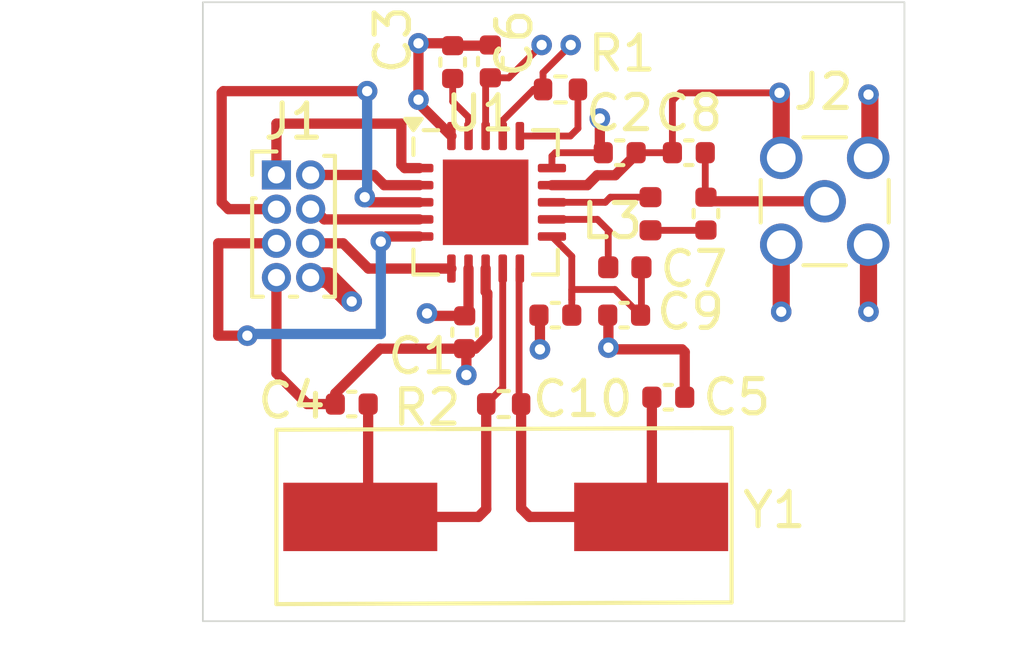
<source format=kicad_pcb>
(kicad_pcb (version 20240108) (generator "pcbnew") (generator_version "8.0")
  (layers (0 "F.Cu" signal) (1 "In1.Cu" power) (2 "In2.Cu" power) (31 "B.Cu" signal) (34 "B.Paste" user) (35 "F.Paste" user) (36 "B.SilkS" user "B.Silkscreen") (37 "F.SilkS" user "F.Silkscreen") (38 "B.Mask" user) (39 "F.Mask" user) (44 "Edge.Cuts" user))
  (net 0 "")
  (net 1 "GND")
  (net 2 "VDD")
  (net 3 "Net-(U1-XC2)")
  (net 4 "Net-(U1-XC1)")
  (net 5 "Net-(U1-DVDD)")
  (net 6 "Net-(C7-Pad1)")
  (net 7 "Net-(U1-VDD_PA)")
  (net 8 "IRQ")
  (net 9 "MOSI")
  (net 10 "CSN")
  (net 11 "MISO")
  (net 12 "SCK")
  (net 13 "CE")
  (net 14 "Net-(U1-ANT1)")
  (net 15 "Net-(U1-ANT2)")
  (net 16 "Net-(U1-IREF)")
  (net 17 "Net-(AE1-A)")
  (footprint "Capacitor_SMD:C_0402_1005Metric" (layer "F.Cu") (at 165 96.63 90)
    (property "Reference" "C7" (at -1.62 -0.35 180) (layer "F.SilkS"))
    (property "Value" "1.5pf")
    (fp_line (start -0.107836 -0.36) (end 0.107836 -0.36) (stroke (width 0.12)) (layer "F.SilkS"))
    (fp_line (start -0.107836 0.36) (end 0.107836 0.36) (stroke (width 0.12)) (layer "F.SilkS"))
    (pad "1" smd roundrect (at -0.48 0 90) (size 0.56 0.62) (layers "F.Cu" "F.Paste" "F.Mask") (net 6 "Net-(C7-Pad1)"))
    (pad "2" smd roundrect (at 0.48 0 90) (size 0.56 0.62) (layers "F.Cu" "F.Paste" "F.Mask") (net 17 "Net-(AE1-A)"))
  )
  (footprint "Capacitor_SMD:C_0402_1005Metric" (layer "F.Cu") (at 154.65 102.2 180)
    (property "Reference" "C4" (at 1.75 0.1 360) (layer "F.SilkS"))
    (property "Value" "22pf")
    (fp_line (start -0.107836 0.36) (end 0.107836 0.36) (stroke (width 0.12)) (layer "F.SilkS"))
    (fp_line (start -0.107836 -0.36) (end 0.107836 -0.36) (stroke (width 0.12)) (layer "F.SilkS"))
    (pad "1" smd roundrect (at -0.48 0 180) (size 0.56 0.62) (layers "F.Cu" "F.Paste" "F.Mask") (net 3 "Net-(U1-XC2)"))
    (pad "2" smd roundrect (at 0.48 0 180) (size 0.56 0.62) (layers "F.Cu" "F.Paste" "F.Mask") (net 1 "GND"))
  )
  (footprint "Resistor_SMD:R_0402_1005Metric" (layer "F.Cu") (at 159.09 102.2)
    (property "Reference" "R2" (at -2.24 0.1 0) (layer "F.SilkS"))
    (property "Value" "1M")
    (fp_line (start -0.153641 -0.38) (end 0.153641 -0.38) (stroke (width 0.12)) (layer "F.SilkS"))
    (fp_line (start -0.153641 0.38) (end 0.153641 0.38) (stroke (width 0.12)) (layer "F.SilkS"))
    (pad "1" smd roundrect (at -0.51 0) (size 0.54 0.64) (layers "F.Cu" "F.Paste" "F.Mask") (net 3 "Net-(U1-XC2)"))
    (pad "2" smd roundrect (at 0.51 0) (size 0.54 0.64) (layers "F.Cu" "F.Paste" "F.Mask") (net 4 "Net-(U1-XC1)"))
  )
  (footprint "Capacitor_SMD:C_0402_1005Metric" (layer "F.Cu") (at 157.95 100.1 -90)
    (property "Reference" "C1" (at 0.7 1.25 180) (layer "F.SilkS"))
    (property "Value" "1nf")
    (fp_line (start -0.107836 0.36) (end 0.107836 0.36) (stroke (width 0.12)) (layer "F.SilkS"))
    (fp_line (start -0.107836 -0.36) (end 0.107836 -0.36) (stroke (width 0.12)) (layer "F.SilkS"))
    (pad "1" smd roundrect (at -0.48 0 270) (size 0.56 0.62) (layers "F.Cu" "F.Paste" "F.Mask") (net 2 "VDD"))
    (pad "2" smd roundrect (at 0.48 0 270) (size 0.56 0.62) (layers "F.Cu" "F.Paste" "F.Mask") (net 1 "GND"))
  )
  (footprint "Connector_Coaxial:MMCX_Molex_73415-1471_Vertical" (layer "F.Cu") (at 168.47 96.27)
    (property "Reference" "J2" (at -0.04 -3.2 0) (layer "F.SilkS"))
    (property "Value" "Conn_Coaxial")
    (fp_line (start -1.87 0.62) (end -1.87 -0.62) (stroke (width 0.12)) (layer "F.SilkS"))
    (fp_line (start 0.62 -1.87) (end -0.62 -1.87) (stroke (width 0.12)) (layer "F.SilkS"))
    (fp_line (start 0.62 1.87) (end -0.62 1.87) (stroke (width 0.12)) (layer "F.SilkS"))
    (fp_line (start 1.87 0.62) (end 1.87 -0.62) (stroke (width 0.12)) (layer "F.SilkS"))
    (pad "1" thru_hole circle (at 0 0) (size 1.24 1.24) (drill 0.84) (layers "*.Cu" "*.Mask") (net 17 "Net-(AE1-A)"))
    (pad "2" thru_hole circle (at -1.27 -1.27) (size 1.24 1.24) (drill 0.84) (layers "*.Cu" "*.Mask") (net 1 "GND"))
    (pad "2" thru_hole circle (at -1.27 1.27) (size 1.24 1.24) (drill 0.84) (layers "*.Cu" "*.Mask") (net 1 "GND"))
    (pad "2" thru_hole circle (at 1.27 -1.27) (size 1.24 1.24) (drill 0.84) (layers "*.Cu" "*.Mask") (net 1 "GND"))
    (pad "2" thru_hole circle (at 1.27 1.27) (size 1.24 1.24) (drill 0.84) (layers "*.Cu" "*.Mask") (net 1 "GND"))
  )
  (footprint "Inductor_SMD:L_0402_1005Metric" (layer "F.Cu") (at 162.63 98.2)
    (property "Reference" "L3" (at -0.38 -1.35 360) (layer "F.SilkS"))
    (property "Value" "2.7nH")
    (pad "1" smd roundrect (at -0.485 0) (size 0.59 0.64) (layers "F.Cu" "F.Paste" "F.Mask") (net 14 "Net-(U1-ANT1)"))
    (pad "2" smd roundrect (at 0.485 0) (size 0.59 0.64) (layers "F.Cu" "F.Paste" "F.Mask") (net 7 "Net-(U1-VDD_PA)"))
  )
  (footprint "Resistor_SMD:R_0402_1005Metric" (layer "F.Cu") (at 160.75 93)
    (property "Reference" "R1" (at 1.8 -1.05 360) (layer "F.SilkS"))
    (property "Value" "22k")
    (fp_line (start -0.153641 -0.38) (end 0.153641 -0.38) (stroke (width 0.12)) (layer "F.SilkS"))
    (fp_line (start -0.153641 0.38) (end 0.153641 0.38) (stroke (width 0.12)) (layer "F.SilkS"))
    (pad "1" smd roundrect (at -0.51 0) (size 0.54 0.64) (layers "F.Cu" "F.Paste" "F.Mask") (net 1 "GND"))
    (pad "2" smd roundrect (at 0.51 0) (size 0.54 0.64) (layers "F.Cu" "F.Paste" "F.Mask") (net 16 "Net-(U1-IREF)"))
  )
  (footprint "Capacitor_SMD:C_0402_1005Metric" (layer "F.Cu") (at 163.9 102)
    (property "Reference" "C5" (at 2 0 0) (layer "F.SilkS"))
    (property "Value" "22pf")
    (fp_line (start -0.107836 -0.36) (end 0.107836 -0.36) (stroke (width 0.12)) (layer "F.SilkS"))
    (fp_line (start -0.107836 0.36) (end 0.107836 0.36) (stroke (width 0.12)) (layer "F.SilkS"))
    (pad "1" smd roundrect (at -0.48 0) (size 0.56 0.62) (layers "F.Cu" "F.Paste" "F.Mask") (net 4 "Net-(U1-XC1)"))
    (pad "2" smd roundrect (at 0.48 0) (size 0.56 0.62) (layers "F.Cu" "F.Paste" "F.Mask") (net 1 "GND"))
  )
  (footprint "Capacitor_SMD:C_0402_1005Metric" (layer "F.Cu") (at 158.7 92.18 90)
    (property "Reference" "C3" (at 0.63 -2.85 90) (layer "F.SilkS"))
    (property "Value" "1nf")
    (fp_line (start -0.107836 -0.36) (end 0.107836 -0.36) (stroke (width 0.12)) (layer "F.SilkS"))
    (fp_line (start -0.107836 0.36) (end 0.107836 0.36) (stroke (width 0.12)) (layer "F.SilkS"))
    (pad "1" smd roundrect (at -0.48 0 90) (size 0.56 0.62) (layers "F.Cu" "F.Paste" "F.Mask") (net 2 "VDD"))
    (pad "2" smd roundrect (at 0.48 0 90) (size 0.56 0.62) (layers "F.Cu" "F.Paste" "F.Mask") (net 1 "GND"))
  )
  (footprint "Connector_PinHeader_1.00mm:PinHeader_2x04_P1.00mm_Vertical" (layer "F.Cu") (at 152.45 95.5)
    (property "Reference" "J1" (at 0.5 -1.56 360) (layer "F.SilkS"))
    (property "Value" "Conn_02x04_Odd_Even")
    (fp_line (start -0.71 -0.685) (end 0 -0.685) (stroke (width 0.12)) (layer "F.SilkS"))
    (fp_line (start -0.71 0) (end -0.71 -0.685) (stroke (width 0.12)) (layer "F.SilkS"))
    (fp_line (start -0.71 0.685) (end -0.71 3.56) (stroke (width 0.12)) (layer "F.SilkS"))
    (fp_line (start -0.71 0.685) (end -0.608276 0.685) (stroke (width 0.12)) (layer "F.SilkS"))
    (fp_line (start -0.71 3.56) (end -0.394493 3.56) (stroke (width 0.12)) (layer "F.SilkS"))
    (fp_line (start 0.394493 3.56) (end 0.605507 3.56) (stroke (width 0.12)) (layer "F.SilkS"))
    (fp_line (start 1.394493 -0.56) (end 1.71 -0.56) (stroke (width 0.12)) (layer "F.SilkS"))
    (fp_line (start 1.394493 3.56) (end 1.71 3.56) (stroke (width 0.12)) (layer "F.SilkS"))
    (fp_line (start 1.71 -0.56) (end 1.71 3.56) (stroke (width 0.12)) (layer "F.SilkS"))
    (pad "1" thru_hole rect (at 0 0) (size 0.85 0.85) (drill 0.5) (layers "*.Cu" "*.Mask") (net 13 "CE"))
    (pad "2" thru_hole oval (at 1 0) (size 0.85 0.85) (drill 0.5) (layers "*.Cu" "*.Mask") (net 10 "CSN"))
    (pad "3" thru_hole oval (at 0 1) (size 0.85 0.85) (drill 0.5) (layers "*.Cu" "*.Mask") (net 12 "SCK"))
    (pad "4" thru_hole oval (at 1 1) (size 0.85 0.85) (drill 0.5) (layers "*.Cu" "*.Mask") (net 9 "MOSI"))
    (pad "5" thru_hole oval (at 0 2) (size 0.85 0.85) (drill 0.5) (layers "*.Cu" "*.Mask") (net 11 "MISO"))
    (pad "6" thru_hole oval (at 1 2) (size 0.85 0.85) (drill 0.5) (layers "*.Cu" "*.Mask") (net 8 "IRQ"))
    (pad "7" thru_hole oval (at 0 3) (size 0.85 0.85) (drill 0.5) (layers "*.Cu" "*.Mask") (net 1 "GND"))
    (pad "8" thru_hole oval (at 1 3) (size 0.85 0.85) (drill 0.5) (layers "*.Cu" "*.Mask") (net 2 "VDD"))
  )
  (footprint "Capacitor_SMD:C_0402_1005Metric" (layer "F.Cu") (at 162.48 94.85)
    (property "Reference" "C2" (at 0 -1.16 360) (layer "F.SilkS"))
    (property "Value" "10nf")
    (fp_line (start -0.107836 -0.36) (end 0.107836 -0.36) (stroke (width 0.12)) (layer "F.SilkS"))
    (fp_line (start -0.107836 0.36) (end 0.107836 0.36) (stroke (width 0.12)) (layer "F.SilkS"))
    (pad "1" smd roundrect (at -0.48 0) (size 0.56 0.62) (layers "F.Cu" "F.Paste" "F.Mask") (net 2 "VDD"))
    (pad "2" smd roundrect (at 0.48 0) (size 0.56 0.62) (layers "F.Cu" "F.Paste" "F.Mask") (net 1 "GND"))
  )
  (footprint "Package_DFN_QFN:QFN-20-1EP_4x4mm_P0.5mm_EP2.5x2.5mm" (layer "F.Cu") (at 158.5625 96.3)
    (property "Reference" "U1" (at -0.1625 -2.6 360) (layer "F.SilkS"))
    (property "Value" "NRF24L01")
    (fp_line (start -2.11 -1.385) (end -2.11 -1.87) (stroke (width 0.12)) (layer "F.SilkS"))
    (fp_line (start -2.11 2.11) (end -2.11 1.385) (stroke (width 0.12)) (layer "F.SilkS"))
    (fp_line (start -1.385 -2.11) (end -1.81 -2.11) (stroke (width 0.12)) (layer "F.SilkS"))
    (fp_line (start -1.385 2.11) (end -2.11 2.11) (stroke (width 0.12)) (layer "F.SilkS"))
    (fp_line (start 1.385 -2.11) (end 2.11 -2.11) (stroke (width 0.12)) (layer "F.SilkS"))
    (fp_line (start 1.385 2.11) (end 2.11 2.11) (stroke (width 0.12)) (layer "F.SilkS"))
    (fp_line (start 2.11 -2.11) (end 2.11 -1.385) (stroke (width 0.12)) (layer "F.SilkS"))
    (fp_line (start 2.11 2.11) (end 2.11 1.385) (stroke (width 0.12)) (layer "F.SilkS"))
    (fp_poly (pts (xy -2.11 -2.11) (xy -2.35 -2.44) (xy -1.87 -2.44) (xy -2.11 -2.11)) (stroke (width 0.12)) (fill solid) (layer "F.SilkS"))
    (pad "1" smd roundrect (at -1.9375 -1) (size 0.825 0.25) (layers "F.Cu" "F.Paste" "F.Mask") (net 13 "CE"))
    (pad "2" smd roundrect (at -1.9375 -0.5) (size 0.825 0.25) (layers "F.Cu" "F.Paste" "F.Mask") (net 10 "CSN"))
    (pad "3" smd roundrect (at -1.9375 0) (size 0.825 0.25) (layers "F.Cu" "F.Paste" "F.Mask") (net 12 "SCK"))
    (pad "4" smd roundrect (at -1.9375 0.5) (size 0.825 0.25) (layers "F.Cu" "F.Paste" "F.Mask") (net 9 "MOSI"))
    (pad "5" smd roundrect (at -1.9375 1) (size 0.825 0.25) (layers "F.Cu" "F.Paste" "F.Mask") (net 11 "MISO"))
    (pad "6" smd roundrect (at -1 1.9375) (size 0.25 0.825) (layers "F.Cu" "F.Paste" "F.Mask") (net 8 "IRQ"))
    (pad "7" smd roundrect (at -0.5 1.9375) (size 0.25 0.825) (layers "F.Cu" "F.Paste" "F.Mask") (net 2 "VDD"))
    (pad "8" smd roundrect (at 0 1.9375) (size 0.25 0.825) (layers "F.Cu" "F.Paste" "F.Mask") (net 1 "GND"))
    (pad "9" smd roundrect (at 0.5 1.9375) (size 0.25 0.825) (layers "F.Cu" "F.Paste" "F.Mask") (net 3 "Net-(U1-XC2)"))
    (pad "10" smd roundrect (at 1 1.9375) (size 0.25 0.825) (layers "F.Cu" "F.Paste" "F.Mask") (net 4 "Net-(U1-XC1)"))
    (pad "11" smd roundrect (at 1.9375 1) (size 0.825 0.25) (layers "F.Cu" "F.Paste" "F.Mask") (net 7 "Net-(U1-VDD_PA)"))
    (pad "12" smd roundrect (at 1.9375 0.5) (size 0.825 0.25) (layers "F.Cu" "F.Paste" "F.Mask") (net 14 "Net-(U1-ANT1)"))
    (pad "13" smd roundrect (at 1.9375 0) (size 0.825 0.25) (layers "F.Cu" "F.Paste" "F.Mask") (net 15 "Net-(U1-ANT2)"))
    (pad "14" smd roundrect (at 1.9375 -0.5) (size 0.825 0.25) (layers "F.Cu" "F.Paste" "F.Mask") (net 1 "GND"))
    (pad "15" smd roundrect (at 1.9375 -1) (size 0.825 0.25) (layers "F.Cu" "F.Paste" "F.Mask") (net 2 "VDD"))
    (pad "16" smd roundrect (at 1 -1.9375) (size 0.25 0.825) (layers "F.Cu" "F.Paste" "F.Mask") (net 16 "Net-(U1-IREF)"))
    (pad "17" smd roundrect (at 0.5 -1.9375) (size 0.25 0.825) (layers "F.Cu" "F.Paste" "F.Mask") (net 1 "GND"))
    (pad "18" smd roundrect (at 0 -1.9375) (size 0.25 0.825) (layers "F.Cu" "F.Paste" "F.Mask") (net 2 "VDD"))
    (pad "19" smd roundrect (at -0.5 -1.9375) (size 0.25 0.825) (layers "F.Cu" "F.Paste" "F.Mask") (net 5 "Net-(U1-DVDD)"))
    (pad "20" smd roundrect (at -1 -1.9375) (size 0.25 0.825) (layers "F.Cu" "F.Paste" "F.Mask") (net 1 "GND"))
    (pad "21" smd rect (at 0 0) (size 2.5 2.5) (property pad_prop_heatsink) (layers "F.Cu" "F.Mask"))
  )
  (footprint "Inductor_SMD:L_0402_1005Metric" (layer "F.Cu") (at 163.38 96.635 -90)
    (property "Reference" "L2" (hide yes))
    (property "Value" "3.9nH")
    (pad "1" smd roundrect (at -0.485 0 270) (size 0.59 0.64) (layers "F.Cu" "F.Paste" "F.Mask") (net 15 "Net-(U1-ANT2)"))
    (pad "2" smd roundrect (at 0.485 0 270) (size 0.59 0.64) (layers "F.Cu" "F.Paste" "F.Mask") (net 6 "Net-(C7-Pad1)"))
  )
  (footprint "Capacitor_SMD:C_0402_1005Metric" (layer "F.Cu") (at 157.6 92.2 -90)
    (property "Reference" "C6" (at -0.55 -1.8 90) (layer "F.SilkS"))
    (property "Value" "33nf")
    (fp_line (start -0.107836 0.36) (end 0.107836 0.36) (stroke (width 0.12)) (layer "F.SilkS"))
    (fp_line (start -0.107836 -0.36) (end 0.107836 -0.36) (stroke (width 0.12)) (layer "F.SilkS"))
    (pad "1" smd roundrect (at -0.48 0 270) (size 0.56 0.62) (layers "F.Cu" "F.Paste" "F.Mask") (net 1 "GND"))
    (pad "2" smd roundrect (at 0.48 0 270) (size 0.56 0.62) (layers "F.Cu" "F.Paste" "F.Mask") (net 5 "Net-(U1-DVDD)"))
  )
  (footprint "Crystal:Crystal_SMD_HC49-SD" (layer "F.Cu") (at 159.15 105.5)
    (property "Reference" "Y1" (at 7.85 -0.2 0) (layer "F.SilkS"))
    (property "Value" "Crystal_Small")
    (fp_line (start -6.7 -2.55) (end -6.7 2.55) (stroke (width 0.12)) (layer "F.SilkS"))
    (fp_line (start -6.7 2.55) (end 6.6 2.5) (stroke (width 0.12)) (layer "F.SilkS"))
    (fp_line (start 6.6 -2.6) (end -6.7 -2.55) (stroke (width 0.12)) (layer "F.SilkS"))
    (fp_line (start 6.6 -2.6) (end 6.6 2.5) (stroke (width 0.12)) (layer "F.SilkS"))
    (pad "1" smd rect (at -4.25 0) (size 4.5 2) (layers "F.Cu" "F.Paste" "F.Mask") (net 3 "Net-(U1-XC2)"))
    (pad "2" smd rect (at 4.25 0) (size 4.5 2) (layers "F.Cu" "F.Paste" "F.Mask") (net 4 "Net-(U1-XC1)"))
  )
  (footprint "Capacitor_SMD:C_0402_1005Metric" (layer "F.Cu") (at 160.6 99.6 180)
    (property "Reference" "C10" (at -0.8 -2.45 360) (layer "F.SilkS"))
    (property "Value" "2.2nf")
    (fp_line (start -0.107836 0.36) (end 0.107836 0.36) (stroke (width 0.12)) (layer "F.SilkS"))
    (fp_line (start -0.107836 -0.36) (end 0.107836 -0.36) (stroke (width 0.12)) (layer "F.SilkS"))
    (pad "1" smd roundrect (at -0.48 0 180) (size 0.56 0.62) (layers "F.Cu" "F.Paste" "F.Mask") (net 7 "Net-(U1-VDD_PA)"))
    (pad "2" smd roundrect (at 0.48 0 180) (size 0.56 0.62) (layers "F.Cu" "F.Paste" "F.Mask") (net 1 "GND"))
  )
  (footprint "Capacitor_SMD:C_0402_1005Metric" (layer "F.Cu") (at 162.61 99.6 180)
    (property "Reference" "C9" (at -1.94 0.1 360) (layer "F.SilkS"))
    (property "Value" "4.7pf")
    (fp_line (start -0.107836 0.36) (end 0.107836 0.36) (stroke (width 0.12)) (layer "F.SilkS"))
    (fp_line (start -0.107836 -0.36) (end 0.107836 -0.36) (stroke (width 0.12)) (layer "F.SilkS"))
    (pad "1" smd roundrect (at -0.48 0 180) (size 0.56 0.62) (layers "F.Cu" "F.Paste" "F.Mask") (net 7 "Net-(U1-VDD_PA)"))
    (pad "2" smd roundrect (at 0.48 0 180) (size 0.56 0.62) (layers "F.Cu" "F.Paste" "F.Mask") (net 1 "GND"))
  )
  (footprint "Capacitor_SMD:C_0402_1005Metric" (layer "F.Cu") (at 164.5 94.85)
    (property "Reference" "C8" (at 0 -1.16 0) (layer "F.SilkS"))
    (property "Value" "1pf")
    (fp_line (start -0.107836 -0.36) (end 0.107836 -0.36) (stroke (width 0.12)) (layer "F.SilkS"))
    (fp_line (start -0.107836 0.36) (end 0.107836 0.36) (stroke (width 0.12)) (layer "F.SilkS"))
    (pad "1" smd roundrect (at -0.48 0) (size 0.56 0.62) (layers "F.Cu" "F.Paste" "F.Mask") (net 1 "GND"))
    (pad "2" smd roundrect (at 0.48 0) (size 0.56 0.62) (layers "F.Cu" "F.Paste" "F.Mask") (net 17 "Net-(AE1-A)"))
  )
  (gr_rect (start 150.3 90.45) (end 170.8 108.55) (stroke (width 0.05)) (fill none) (layer "Edge.Cuts"))
  (segment (start 156.6 91.65) (end 156.63 91.68) (width 0.3) (layer "F.Cu") (net 1))
  (segment (start 167.2 97.54) (end 167.2 99.5) (width 0.5) (layer "F.Cu") (net 1))
  (segment (start 152.45 101.3) (end 152.45 98.5) (width 0.3) (layer "F.Cu") (net 1))
  (segment (start 159.0625 93.907501) (end 159.0625 94.3625) (width 0.2) (layer "F.Cu") (net 1))
  (segment (start 156.6 91.65) (end 157.53 91.65) (width 0.3) (layer "F.Cu") (net 1))
  (segment (start 156.6 93.4) (end 157.5625 94.3625) (width 0.3) (layer "F.Cu") (net 1))
  (segment (start 161.82234 95.51) (end 162.346846 95.51) (width 0.3) (layer "F.Cu") (net 1))
  (segment (start 169.75 97.43) (end 169.79 97.39) (width 0.5) (layer "F.Cu") (net 1))
  (segment (start 162.346846 95.51) (end 162.96 94.896846) (width 0.3) (layer "F.Cu") (net 1))
  (segment (start 161.53234 95.8) (end 161.82234 95.51) (width 0.3) (layer "F.Cu") (net 1))
  (segment (start 162.15 100.55) (end 162.15 99.62) (width 0.3) (layer "F.Cu") (net 1))
  (segment (start 162.2 100.6) (end 162.15 100.55) (width 0.3) (layer "F.Cu") (net 1))
  (segment (start 169.75 99.5) (end 169.75 97.43) (width 0.5) (layer "F.Cu") (net 1))
  (segment (start 158.5625 98.9125) (end 158.6125 98.9625) (width 0.3) (layer "F.Cu") (net 1))
  (segment (start 158 101.35) (end 158 100.63) (width 0.3) (layer "F.Cu") (net 1))
  (segment (start 158.5625 98.2375) (end 158.5625 98.9125) (width 0.3) (layer "F.Cu") (net 1))
  (segment (start 169.79 94.85) (end 169.79 93.19) (width 0.5) (layer "F.Cu") (net 1))
  (segment (start 167.2 95) (end 167.2 93.15) (width 0.5) (layer "F.Cu") (net 1))
  (segment (start 155.480001 100.58) (end 157.95 100.58) (width 0.3) (layer "F.Cu") (net 1))
  (segment (start 160.5 95.8) (end 161.53234 95.8) (width 0.3) (layer "F.Cu") (net 1))
  (segment (start 162.96 94.896846) (end 162.96 94.85) (width 0.3) (layer "F.Cu") (net 1))
  (segment (start 164.38 102) (end 164.38 100.68) (width 0.3) (layer "F.Cu") (net 1))
  (segment (start 158.259999 100.58) (end 157.95 100.58) (width 0.3) (layer "F.Cu") (net 1))
  (segment (start 160.24 93) (end 160.24 92.51) (width 0.2) (layer "F.Cu") (net 1))
  (segment (start 162.96 94.85) (end 164.02 94.85) (width 0.2) (layer "F.Cu") (net 1))
  (segment (start 157.53 91.65) (end 157.6 91.72) (width 0.3) (layer "F.Cu") (net 1))
  (segment (start 162.15 99.62) (end 162.13 99.6) (width 0.3) (layer "F.Cu") (net 1))
  (segment (start 164.02 93.33) (end 164.25 93.1) (width 0.2) (layer "F.Cu") (net 1))
  (segment (start 160.24 93) (end 159.970001 93) (width 0.2) (layer "F.Cu") (net 1))
  (segment (start 158.6125 98.9625) (end 158.6125 99.0375) (width 0.3) (layer "F.Cu") (net 1))
  (segment (start 169.79 93.19) (end 169.75 93.15) (width 0.5) (layer "F.Cu") (net 1))
  (segment (start 158.61 100.229999) (end 158.259999 100.58) (width 0.3) (layer "F.Cu") (net 1))
  (segment (start 169.75 99.5) (end 169.75 97.55) (width 0.5) (layer "F.Cu") (net 1))
  (segment (start 156.6 93.3) (end 156.6 93.4) (width 0.3) (layer "F.Cu") (net 1))
  (segment (start 159.970001 93) (end 159.0625 93.907501) (width 0.2) (layer "F.Cu") (net 1))
  (segment (start 167.25 93.2) (end 167.15 93.1) (width 0.3) (layer "F.Cu") (net 1))
  (segment (start 164.02 94.85) (end 164.02 93.33) (width 0.2) (layer "F.Cu") (net 1))
  (segment (start 158 100.63) (end 157.95 100.58) (width 0.3) (layer "F.Cu") (net 1))
  (segment (start 154.17 101.890001) (end 155.480001 100.58) (width 0.3) (layer "F.Cu") (net 1))
  (segment (start 164.25 93.1) (end 167.15 93.1) (width 0.2) (layer "F.Cu") (net 1))
  (segment (start 164.38 100.68) (end 164.3 100.6) (width 0.3) (layer "F.Cu") (net 1))
  (segment (start 160.15 100.6) (end 160.15 99.63) (width 0.3) (layer "F.Cu") (net 1))
  (segment (start 158.6125 99.0375) (end 158.61 99.04) (width 0.3) (layer "F.Cu") (net 1))
  (segment (start 154.17 102.2) (end 154.17 101.890001) (width 0.3) (layer "F.Cu") (net 1))
  (segment (start 169.75 97.55) (end 169.74 97.54) (width 0.5) (layer "F.Cu") (net 1))
  (segment (start 160.15 99.63) (end 160.12 99.6) (width 0.3) (layer "F.Cu") (net 1))
  (segment (start 158.61 99.04) (end 158.61 100.229999) (width 0.3) (layer "F.Cu") (net 1))
  (segment (start 154.17 102.2) (end 153.35 102.2) (width 0.3) (layer "F.Cu") (net 1))
  (segment (start 158.68 91.72) (end 158.7 91.7) (width 0.3) (layer "F.Cu") (net 1))
  (segment (start 167.2 93.15) (end 167.15 93.1) (width 0.5) (layer "F.Cu") (net 1))
  (segment (start 157.6 91.72) (end 158.68 91.72) (width 0.3) (layer "F.Cu") (net 1))
  (segment (start 160.24 92.51) (end 161.05 91.7) (width 0.2) (layer "F.Cu") (net 1))
  (segment (start 153.35 102.2) (end 152.45 101.3) (width 0.3) (layer "F.Cu") (net 1))
  (segment (start 156.6 93.3) (end 156.6 91.65) (width 0.3) (layer "F.Cu") (net 1))
  (segment (start 164.3 100.6) (end 162.2 100.6) (width 0.3) (layer "F.Cu") (net 1))
  (via (at 167.15 93.1) (size 0.6) (drill 0.3) (layers "F.Cu" "B.Cu") (net 1))
  (via (at 160.15 100.6) (size 0.6) (drill 0.3) (layers "F.Cu" "B.Cu") (net 1))
  (via (at 156.6 93.3) (size 0.6) (drill 0.3) (layers "F.Cu" "B.Cu") (net 1))
  (via (at 158 101.35) (size 0.6) (drill 0.3) (layers "F.Cu" "B.Cu") (net 1))
  (via (at 156.6 91.65) (size 0.6) (drill 0.3) (layers "F.Cu" "B.Cu") (net 1))
  (via (at 162.15 100.55) (size 0.6) (drill 0.3) (layers "F.Cu" "B.Cu") (net 1))
  (via (at 161.05 91.7) (size 0.6) (drill 0.3) (layers "F.Cu" "B.Cu") (net 1))
  (via (at 169.75 93.15) (size 0.6) (drill 0.3) (layers "F.Cu" "B.Cu") (net 1))
  (via (at 169.75 99.5) (size 0.6) (drill 0.3) (layers "F.Cu" "B.Cu") (net 1))
  (via (at 167.2 99.5) (size 0.6) (drill 0.3) (layers "F.Cu" "B.Cu") (net 1))
  (segment (start 157.95 99.62) (end 156.92 99.62) (width 0.3) (layer "F.Cu") (net 2))
  (segment (start 160.5 94.95) (end 160.6 94.85) (width 0.2) (layer "F.Cu") (net 2))
  (segment (start 158.5625 92.7975) (end 158.7 92.66) (width 0.2) (layer "F.Cu") (net 2))
  (segment (start 160.6 94.85) (end 162 94.85) (width 0.2) (layer "F.Cu") (net 2))
  (segment (start 158.61 92.65) (end 158.6 92.66) (width 0.2) (layer "F.Cu") (net 2))
  (segment (start 161.9 94.75) (end 162 94.85) (width 0.3) (layer "F.Cu") (net 2))
  (segment (start 153.95 98.5) (end 154.65 99.2) (width 0.6) (layer "F.Cu") (net 2))
  (segment (start 157.95 99.62) (end 158.0625 99.5075) (width 0.3) (layer "F.Cu") (net 2))
  (segment (start 158.7 92.66) (end 159.24 92.66) (width 0.2) (layer "F.Cu") (net 2))
  (segment (start 158.0625 99.5075) (end 158.0625 98.2375) (width 0.3) (layer "F.Cu") (net 2))
  (segment (start 156.92 99.62) (end 156.85 99.55) (width 0.3) (layer "F.Cu") (net 2))
  (segment (start 160.5 95.3) (end 160.5 94.95) (width 0.2) (layer "F.Cu") (net 2))
  (segment (start 158.5625 94.3625) (end 158.5625 92.7975) (width 0.2) (layer "F.Cu") (net 2))
  (segment (start 161.9 93.85) (end 161.9 94.75) (width 0.3) (layer "F.Cu") (net 2))
  (segment (start 153.45 98.5) (end 153.95 98.5) (width 0.6) (layer "F.Cu") (net 2))
  (segment (start 158.5625 92.6975) (end 158.6 92.66) (width 0.2) (layer "F.Cu") (net 2))
  (segment (start 159.24 92.66) (end 160.2 91.7) (width 0.2) (layer "F.Cu") (net 2))
  (via (at 161.9 93.85) (size 0.6) (drill 0.3) (layers "F.Cu" "B.Cu") (net 2))
  (via (at 156.85 99.55) (size 0.6) (drill 0.3) (layers "F.Cu" "B.Cu") (net 2))
  (via (at 160.2 91.7) (size 0.6) (drill 0.3) (layers "F.Cu" "B.Cu") (net 2))
  (via (at 154.65 99.2) (size 0.6) (drill 0.3) (layers "F.Cu" "B.Cu") (net 2))
  (segment (start 158.35 105.5) (end 158.58 105.27) (width 0.3) (layer "F.Cu") (net 3))
  (segment (start 158.58 105.27) (end 158.58 102.2) (width 0.3) (layer "F.Cu") (net 3))
  (segment (start 154.8 105.6) (end 154.9 105.5) (width 0.3) (layer "F.Cu") (net 3))
  (segment (start 159.0625 101.7175) (end 158.58 102.2) (width 0.2) (layer "F.Cu") (net 3))
  (segment (start 159.0625 98.2375) (end 159.0625 101.7175) (width 0.2) (layer "F.Cu") (net 3))
  (segment (start 155.13 105.27) (end 154.9 105.5) (width 0.3) (layer "F.Cu") (net 3))
  (segment (start 155.13 102.2) (end 155.13 105.27) (width 0.3) (layer "F.Cu") (net 3))
  (segment (start 154.9 105.5) (end 158.35 105.5) (width 0.3) (layer "F.Cu") (net 3))
  (segment (start 159.6 105.25) (end 159.6 102.2) (width 0.3) (layer "F.Cu") (net 4))
  (segment (start 159.85 105.5) (end 159.6 105.25) (width 0.3) (layer "F.Cu") (net 4))
  (segment (start 159.54 102.14) (end 159.6 102.2) (width 0.2) (layer "F.Cu") (net 4))
  (segment (start 163.4 105.5) (end 159.85 105.5) (width 0.3) (layer "F.Cu") (net 4))
  (segment (start 159.5625 98.2375) (end 159.54 98.26) (width 0.2) (layer "F.Cu") (net 4))
  (segment (start 163.42 105.48) (end 163.4 105.5) (width 0.3) (layer "F.Cu") (net 4))
  (segment (start 163.42 102) (end 163.42 105.48) (width 0.3) (layer "F.Cu") (net 4))
  (segment (start 159.54 98.26) (end 159.54 102.14) (width 0.2) (layer "F.Cu") (net 4))
  (segment (start 158.0625 93.8125) (end 157.6 93.35) (width 0.2) (layer "F.Cu") (net 5))
  (segment (start 158.0625 94.3625) (end 158.0625 93.8125) (width 0.2) (layer "F.Cu") (net 5))
  (segment (start 157.6 93.35) (end 157.6 92.68) (width 0.2) (layer "F.Cu") (net 5))
  (segment (start 163.38 97.12) (end 164.99 97.12) (width 0.2) (layer "F.Cu") (net 6))
  (segment (start 164.99 97.12) (end 165 97.11) (width 0.2) (layer "F.Cu") (net 6))
  (segment (start 161.08 97.88) (end 160.5 97.3) (width 0.2) (layer "F.Cu") (net 7))
  (segment (start 163.115 99.575) (end 163.09 99.6) (width 0.2) (layer "F.Cu") (net 7))
  (segment (start 163.09 99.6) (end 162.34 98.85) (width 0.2) (layer "F.Cu") (net 7))
  (segment (start 162.34 98.85) (end 161.08 98.85) (width 0.2) (layer "F.Cu") (net 7))
  (segment (start 161.08 98.85) (end 161.08 99.15) (width 0.2) (layer "F.Cu") (net 7))
  (segment (start 161.08 99.6) (end 161.08 99.15) (width 0.2) (layer "F.Cu") (net 7))
  (segment (start 161.08 99.15) (end 161.08 97.88) (width 0.2) (layer "F.Cu") (net 7))
  (segment (start 163.115 98.2) (end 163.115 99.575) (width 0.2) (layer "F.Cu") (net 7))
  (segment (start 155.1375 98.2375) (end 154.4 97.5) (width 0.3) (layer "F.Cu") (net 8))
  (segment (start 157.5625 98.2375) (end 155.1375 98.2375) (width 0.3) (layer "F.Cu") (net 8))
  (segment (start 154.4 97.5) (end 153.45 97.5) (width 0.3) (layer "F.Cu") (net 8))
  (segment (start 153.846016 96.8) (end 153.546016 96.5) (width 0.3) (layer "F.Cu") (net 9))
  (segment (start 156.625 96.8) (end 153.846016 96.8) (width 0.3) (layer "F.Cu") (net 9))
  (segment (start 153.546016 96.5) (end 153.45 96.5) (width 0.3) (layer "F.Cu") (net 9))
  (segment (start 156.625 95.8) (end 155.6 95.8) (width 0.3) (layer "F.Cu") (net 10))
  (segment (start 155.6 95.8) (end 155.3 95.5) (width 0.3) (layer "F.Cu") (net 10))
  (segment (start 155.3 95.5) (end 153.45 95.5) (width 0.3) (layer "F.Cu") (net 10))
  (segment (start 155.65 97.3) (end 156.625 97.3) (width 0.3) (layer "F.Cu") (net 11))
  (segment (start 150.75 97.5) (end 152.45 97.5) (width 0.3) (layer "F.Cu") (net 11))
  (segment (start 155.5 97.45) (end 155.65 97.3) (width 0.3) (layer "F.Cu") (net 11))
  (segment (start 151.6 100.2) (end 150.75 100.2) (width 0.3) (layer "F.Cu") (net 11))
  (segment (start 150.75 100.2) (end 150.75 97.5) (width 0.3) (layer "F.Cu") (net 11))
  (via (at 151.6 100.2) (size 0.6) (drill 0.3) (layers "F.Cu" "B.Cu") (net 11))
  (via (at 155.5 97.45) (size 0.6) (drill 0.3) (layers "F.Cu" "B.Cu") (net 11))
  (segment (start 155.5 100.15) (end 155.5 97.45) (width 0.3) (layer "B.Cu") (net 11))
  (segment (start 151.6 100.2) (end 151.65 100.15) (width 0.3) (layer "B.Cu") (net 11))
  (segment (start 151.65 100.15) (end 155.5 100.15) (width 0.3) (layer "B.Cu") (net 11))
  (segment (start 155.030762 96.150001) (end 155.180761 96.3) (width 0.3) (layer "F.Cu") (net 12))
  (segment (start 150.9 93.05) (end 155.1 93.05) (width 0.3) (layer "F.Cu") (net 12))
  (segment (start 151.05 96.5) (end 150.85 96.3) (width 0.3) (layer "F.Cu") (net 12))
  (segment (start 150.85 93.1) (end 150.9 93.05) (width 0.3) (layer "F.Cu") (net 12))
  (segment (start 155.180761 96.3) (end 156.625 96.3) (width 0.3) (layer "F.Cu") (net 12))
  (segment (start 152.45 96.5) (end 151.05 96.5) (width 0.3) (layer "F.Cu") (net 12))
  (segment (start 150.85 96.3) (end 150.85 93.1) (width 0.3) (layer "F.Cu") (net 12))
  (via (at 155.030762 96.150001) (size 0.6) (drill 0.3) (layers "F.Cu" "B.Cu") (net 12))
  (via (at 155.1 93.05) (size 0.6) (drill 0.3) (layers "F.Cu" "B.Cu") (net 12))
  (segment (start 155.030762 96.150001) (end 155.049999 96.150001) (width 0.3) (layer "B.Cu") (net 12))
  (segment (start 155.1 96.1) (end 155.1 93.05) (width 0.3) (layer "B.Cu") (net 12))
  (segment (start 155.049999 96.150001) (end 155.1 96.1) (width 0.3) (layer "B.Cu") (net 12))
  (segment (start 156.625 95.3) (end 156.2 95.3) (width 0.3) (layer "F.Cu") (net 13))
  (segment (start 156.1 94) (end 152.45 94) (width 0.3) (layer "F.Cu") (net 13))
  (segment (start 156.2 95.3) (end 156.1 95.2) (width 0.3) (layer "F.Cu") (net 13))
  (segment (start 156.1 95.2) (end 156.1 94) (width 0.3) (layer "F.Cu") (net 13))
  (segment (start 152.45 94) (end 152.45 95.5) (width 0.3) (layer "F.Cu") (net 13))
  (segment (start 162.145 98.2) (end 162.145 97.185) (width 0.2) (layer "F.Cu") (net 14))
  (segment (start 162.18 97.15) (end 161.83 96.8) (width 0.2) (layer "F.Cu") (net 14))
  (segment (start 161.83 96.8) (end 160.5 96.8) (width 0.2) (layer "F.Cu") (net 14))
  (segment (start 162.145 97.185) (end 162.18 97.15) (width 0.2) (layer "F.Cu") (net 14))
  (segment (start 163.38 96.15) (end 162.21 96.15) (width 0.2) (layer "F.Cu") (net 15))
  (segment (start 162.21 96.15) (end 162.18 96.18) (width 0.2) (layer "F.Cu") (net 15))
  (segment (start 162.18 96.18) (end 162.06 96.3) (width 0.2) (layer "F.Cu") (net 15))
  (segment (start 162.06 96.3) (end 160.5 96.3) (width 0.2) (layer "F.Cu") (net 15))
  (segment (start 159.5625 94.3625) (end 161.0375 94.3625) (width 0.2) (layer "F.Cu") (net 16))
  (segment (start 161.26 94.14) (end 161.26 93) (width 0.2) (layer "F.Cu") (net 16))
  (segment (start 161.0375 94.3625) (end 161.26 94.14) (width 0.2) (layer "F.Cu") (net 16))
  (segment (start 164.98 94.85) (end 164.98 96.13) (width 0.2) (layer "F.Cu") (net 17))
  (segment (start 168.47 96.27) (end 165.12 96.27) (width 0.3) (layer "F.Cu") (net 17))
  (segment (start 165.12 96.27) (end 165 96.15) (width 0.3) (layer "F.Cu") (net 17))
  (segment (start 165.03 96.12) (end 165 96.15) (width 0.3) (layer "F.Cu") (net 17))
  (segment (start 164.98 96.13) (end 165 96.15) (width 0.2) (layer "F.Cu") (net 17))
)
</source>
